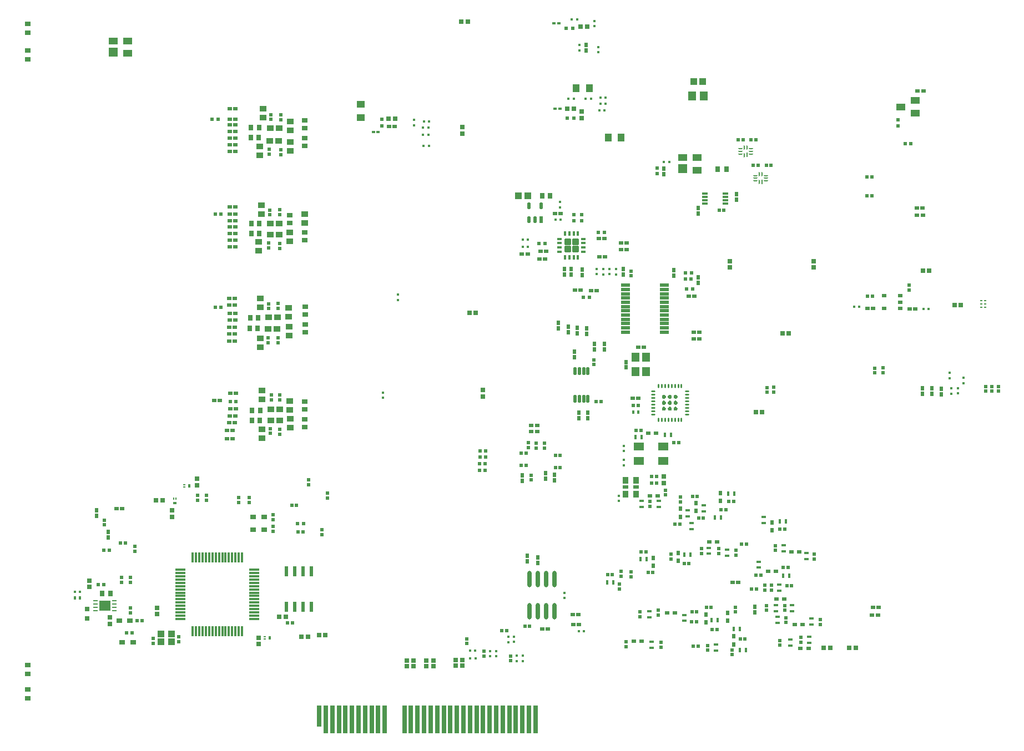
<source format=gbr>
G04*
G04 #@! TF.GenerationSoftware,Altium Limited,Altium Designer,24.2.2 (26)*
G04*
G04 Layer_Color=128*
%FSLAX25Y25*%
%MOIN*%
G70*
G04*
G04 #@! TF.SameCoordinates,80A8E479-4E92-43EF-BFA2-91FD1FC97BD2*
G04*
G04*
G04 #@! TF.FilePolarity,Positive*
G04*
G01*
G75*
%ADD17R,0.02559X0.02756*%
%ADD18R,0.02559X0.02362*%
%ADD20R,0.02288X0.02016*%
%ADD21R,0.02016X0.02288*%
%ADD22R,0.02800X0.16500*%
%ADD23R,0.02800X0.12600*%
%ADD26R,0.02165X0.01968*%
G04:AMPARAMS|DCode=28|XSize=7.87mil|YSize=23.62mil|CornerRadius=1.97mil|HoleSize=0mil|Usage=FLASHONLY|Rotation=0.000|XOffset=0mil|YOffset=0mil|HoleType=Round|Shape=RoundedRectangle|*
%AMROUNDEDRECTD28*
21,1,0.00787,0.01968,0,0,0.0*
21,1,0.00394,0.02362,0,0,0.0*
1,1,0.00394,0.00197,-0.00984*
1,1,0.00394,-0.00197,-0.00984*
1,1,0.00394,-0.00197,0.00984*
1,1,0.00394,0.00197,0.00984*
%
%ADD28ROUNDEDRECTD28*%
G04:AMPARAMS|DCode=29|XSize=7.87mil|YSize=23.62mil|CornerRadius=1.97mil|HoleSize=0mil|Usage=FLASHONLY|Rotation=270.000|XOffset=0mil|YOffset=0mil|HoleType=Round|Shape=RoundedRectangle|*
%AMROUNDEDRECTD29*
21,1,0.00787,0.01968,0,0,270.0*
21,1,0.00394,0.02362,0,0,270.0*
1,1,0.00394,-0.00984,-0.00197*
1,1,0.00394,-0.00984,0.00197*
1,1,0.00394,0.00984,0.00197*
1,1,0.00394,0.00984,-0.00197*
%
%ADD29ROUNDEDRECTD29*%
%ADD32R,0.01772X0.01772*%
%ADD33R,0.01772X0.01772*%
%ADD34R,0.02657X0.01772*%
%ADD38R,0.02362X0.02559*%
%ADD43R,0.02911X0.02648*%
%ADD48R,0.02756X0.02756*%
%ADD56R,0.02123X0.01860*%
%ADD61R,0.02631X0.02648*%
%ADD65R,0.02657X0.02362*%
%ADD75R,0.01860X0.02123*%
%ADD76R,0.02756X0.03543*%
%ADD77R,0.03740X0.02756*%
%ADD78R,0.02423X0.02254*%
%ADD79R,0.02985X0.03197*%
%ADD80R,0.02756X0.02559*%
%ADD81R,0.02362X0.02657*%
%ADD83R,0.01772X0.02657*%
%ADD85R,0.01968X0.02165*%
%ADD89R,0.02362X0.02165*%
%ADD92R,0.02559X0.02559*%
%ADD93R,0.02559X0.02559*%
%ADD94R,0.02756X0.02953*%
%ADD97R,0.02204X0.02382*%
G04:AMPARAMS|DCode=100|XSize=7.87mil|YSize=27.56mil|CornerRadius=1.97mil|HoleSize=0mil|Usage=FLASHONLY|Rotation=180.000|XOffset=0mil|YOffset=0mil|HoleType=Round|Shape=RoundedRectangle|*
%AMROUNDEDRECTD100*
21,1,0.00787,0.02362,0,0,180.0*
21,1,0.00394,0.02756,0,0,180.0*
1,1,0.00394,-0.00197,0.01181*
1,1,0.00394,0.00197,0.01181*
1,1,0.00394,0.00197,-0.01181*
1,1,0.00394,-0.00197,-0.01181*
%
%ADD100ROUNDEDRECTD100*%
%ADD108R,0.02029X0.01860*%
%ADD112R,0.02165X0.02165*%
%ADD248R,0.04331X0.03937*%
%ADD249R,0.02362X0.06102*%
%ADD250R,0.04921X0.03937*%
G04:AMPARAMS|DCode=251|XSize=17.72mil|YSize=55.12mil|CornerRadius=1.95mil|HoleSize=0mil|Usage=FLASHONLY|Rotation=90.000|XOffset=0mil|YOffset=0mil|HoleType=Round|Shape=RoundedRectangle|*
%AMROUNDEDRECTD251*
21,1,0.01772,0.05122,0,0,90.0*
21,1,0.01382,0.05512,0,0,90.0*
1,1,0.00390,0.02561,0.00691*
1,1,0.00390,0.02561,-0.00691*
1,1,0.00390,-0.02561,-0.00691*
1,1,0.00390,-0.02561,0.00691*
%
%ADD251ROUNDEDRECTD251*%
%ADD254R,0.02648X0.02631*%
%ADD255R,0.02953X0.02756*%
%ADD256R,0.05906X0.04724*%
%ADD257R,0.05512X0.03937*%
%ADD258R,0.05512X0.05512*%
%ADD259R,0.02953X0.03543*%
%ADD260R,0.03937X0.03543*%
%ADD261R,0.03543X0.02953*%
%ADD262R,0.04355X0.03773*%
%ADD263R,0.01968X0.01772*%
%ADD264R,0.01968X0.01870*%
%ADD265R,0.02992X0.02835*%
%ADD266R,0.02835X0.02992*%
%ADD267R,0.01870X0.01968*%
%ADD268R,0.03937X0.04921*%
%ADD269R,0.03740X0.03150*%
%ADD270R,0.03300X0.03900*%
%ADD271R,0.03300X0.02400*%
%ADD272O,0.02756X0.09843*%
%ADD273R,0.02284X0.02126*%
%ADD274R,0.02165X0.02165*%
%ADD278R,0.01772X0.00787*%
%ADD279R,0.01772X0.02165*%
%ADD280R,0.06496X0.01181*%
%ADD281R,0.01181X0.06496*%
G04:AMPARAMS|DCode=282|XSize=17.72mil|YSize=45.28mil|CornerRadius=1.95mil|HoleSize=0mil|Usage=FLASHONLY|Rotation=0.000|XOffset=0mil|YOffset=0mil|HoleType=Round|Shape=RoundedRectangle|*
%AMROUNDEDRECTD282*
21,1,0.01772,0.04138,0,0,0.0*
21,1,0.01382,0.04528,0,0,0.0*
1,1,0.00390,0.00691,-0.02069*
1,1,0.00390,-0.00691,-0.02069*
1,1,0.00390,-0.00691,0.02069*
1,1,0.00390,0.00691,0.02069*
%
%ADD282ROUNDEDRECTD282*%
%ADD283R,0.03150X0.02165*%
%ADD284R,0.02165X0.01772*%
%ADD285R,0.00787X0.01772*%
%ADD286R,0.05512X0.03937*%
%ADD287R,0.01575X0.01968*%
%ADD288R,0.01968X0.02008*%
%ADD289R,0.02047X0.02205*%
%ADD290R,0.02756X0.00984*%
%ADD291R,0.06693X0.06299*%
%ADD292R,0.03347X0.01181*%
%ADD293R,0.02953X0.03347*%
%ADD294R,0.04134X0.04331*%
G04:AMPARAMS|DCode=295|XSize=40.88mil|YSize=20.95mil|CornerRadius=10.48mil|HoleSize=0mil|Usage=FLASHONLY|Rotation=90.000|XOffset=0mil|YOffset=0mil|HoleType=Round|Shape=RoundedRectangle|*
%AMROUNDEDRECTD295*
21,1,0.04088,0.00000,0,0,90.0*
21,1,0.01993,0.02095,0,0,90.0*
1,1,0.02095,0.00000,0.00996*
1,1,0.02095,0.00000,-0.00996*
1,1,0.02095,0.00000,-0.00996*
1,1,0.02095,0.00000,0.00996*
%
%ADD295ROUNDEDRECTD295*%
%ADD296R,0.02095X0.04088*%
G04:AMPARAMS|DCode=298|XSize=11.81mil|YSize=29.53mil|CornerRadius=1.95mil|HoleSize=0mil|Usage=FLASHONLY|Rotation=180.000|XOffset=0mil|YOffset=0mil|HoleType=Round|Shape=RoundedRectangle|*
%AMROUNDEDRECTD298*
21,1,0.01181,0.02563,0,0,180.0*
21,1,0.00791,0.02953,0,0,180.0*
1,1,0.00390,-0.00396,0.01282*
1,1,0.00390,0.00396,0.01282*
1,1,0.00390,0.00396,-0.01282*
1,1,0.00390,-0.00396,-0.01282*
%
%ADD298ROUNDEDRECTD298*%
G04:AMPARAMS|DCode=299|XSize=11.81mil|YSize=29.53mil|CornerRadius=1.95mil|HoleSize=0mil|Usage=FLASHONLY|Rotation=90.000|XOffset=0mil|YOffset=0mil|HoleType=Round|Shape=RoundedRectangle|*
%AMROUNDEDRECTD299*
21,1,0.01181,0.02563,0,0,90.0*
21,1,0.00791,0.02953,0,0,90.0*
1,1,0.00390,0.01282,0.00396*
1,1,0.00390,0.01282,-0.00396*
1,1,0.00390,-0.01282,-0.00396*
1,1,0.00390,-0.01282,0.00396*
%
%ADD299ROUNDEDRECTD299*%
%ADD300R,0.02681X0.02410*%
%ADD301R,0.02410X0.02681*%
%ADD302R,0.04724X0.05512*%
%ADD303R,0.04528X0.05709*%
%ADD304R,0.02520X0.02677*%
G04:AMPARAMS|DCode=337|XSize=36.97mil|YSize=36.97mil|CornerRadius=2.03mil|HoleSize=0mil|Usage=FLASHONLY|Rotation=180.000|XOffset=0mil|YOffset=0mil|HoleType=Round|Shape=RoundedRectangle|*
%AMROUNDEDRECTD337*
21,1,0.03697,0.03290,0,0,180.0*
21,1,0.03290,0.03697,0,0,180.0*
1,1,0.00407,-0.01645,0.01645*
1,1,0.00407,0.01645,0.01645*
1,1,0.00407,0.01645,-0.01645*
1,1,0.00407,-0.01645,-0.01645*
%
%ADD337ROUNDEDRECTD337*%
%ADD338C,0.00906*%
G36*
X552110Y-149386D02*
X552165Y-149442D01*
X552195Y-149514D01*
Y-149553D01*
Y-149947D01*
Y-149986D01*
X552165Y-150058D01*
X552110Y-150114D01*
X552038Y-150144D01*
X551172D01*
X551100Y-150114D01*
X551044Y-150058D01*
X551014Y-149986D01*
Y-149947D01*
Y-149553D01*
Y-149514D01*
X551044Y-149442D01*
X551100Y-149386D01*
X551172Y-149356D01*
X552038D01*
X552110Y-149386D01*
D02*
G37*
G36*
X549748D02*
X549803Y-149442D01*
X549833Y-149514D01*
Y-149553D01*
Y-149947D01*
Y-149986D01*
X549803Y-150058D01*
X549748Y-150114D01*
X549676Y-150144D01*
X548810D01*
X548737Y-150114D01*
X548682Y-150058D01*
X548652Y-149986D01*
Y-149947D01*
Y-149553D01*
Y-149514D01*
X548682Y-149442D01*
X548737Y-149386D01*
X548810Y-149356D01*
X549676D01*
X549748Y-149386D01*
D02*
G37*
G36*
X552110Y-151355D02*
X552165Y-151410D01*
X552195Y-151482D01*
Y-151522D01*
Y-151915D01*
Y-151954D01*
X552165Y-152027D01*
X552110Y-152082D01*
X552038Y-152112D01*
X551172D01*
X551100Y-152082D01*
X551044Y-152027D01*
X551014Y-151954D01*
Y-151915D01*
Y-151522D01*
Y-151482D01*
X551044Y-151410D01*
X551100Y-151355D01*
X551172Y-151325D01*
X552038D01*
X552110Y-151355D01*
D02*
G37*
G36*
X549748D02*
X549803Y-151410D01*
X549833Y-151482D01*
Y-151522D01*
Y-151915D01*
Y-151954D01*
X549803Y-152027D01*
X549748Y-152082D01*
X549676Y-152112D01*
X548810D01*
X548737Y-152082D01*
X548682Y-152027D01*
X548652Y-151954D01*
Y-151915D01*
Y-151522D01*
Y-151482D01*
X548682Y-151410D01*
X548737Y-151355D01*
X548810Y-151325D01*
X549676D01*
X549748Y-151355D01*
D02*
G37*
G36*
X552110Y-153323D02*
X552165Y-153379D01*
X552195Y-153451D01*
Y-153490D01*
Y-153884D01*
Y-153923D01*
X552165Y-153995D01*
X552110Y-154051D01*
X552038Y-154081D01*
X551172D01*
X551100Y-154051D01*
X551044Y-153995D01*
X551014Y-153923D01*
Y-153884D01*
Y-153490D01*
Y-153451D01*
X551044Y-153379D01*
X551100Y-153323D01*
X551172Y-153293D01*
X552038D01*
X552110Y-153323D01*
D02*
G37*
G36*
X549945D02*
X550000Y-153379D01*
X550030Y-153451D01*
Y-153490D01*
Y-153884D01*
Y-153923D01*
X550000Y-153995D01*
X549945Y-154051D01*
X549872Y-154081D01*
X548810D01*
X548737Y-154051D01*
X548682Y-153995D01*
X548652Y-153923D01*
Y-153884D01*
Y-153490D01*
Y-153451D01*
X548682Y-153379D01*
X548737Y-153323D01*
X548810Y-153293D01*
X549872D01*
X549945Y-153323D01*
D02*
G37*
G36*
X366460Y-206560D02*
X366792Y-206893D01*
X366972Y-207327D01*
Y-207562D01*
Y-207797D01*
X366792Y-208231D01*
X366460Y-208563D01*
X366026Y-208743D01*
X365556D01*
X365122Y-208563D01*
X364790Y-208231D01*
X364610Y-207797D01*
Y-207562D01*
Y-207327D01*
X364790Y-206893D01*
X365122Y-206560D01*
X365556Y-206381D01*
X366026D01*
X366460Y-206560D01*
D02*
G37*
G36*
X362916D02*
X363249Y-206893D01*
X363428Y-207327D01*
Y-207562D01*
Y-207797D01*
X363249Y-208231D01*
X362916Y-208563D01*
X362482Y-208743D01*
X362013D01*
X361578Y-208563D01*
X361246Y-208231D01*
X361066Y-207797D01*
Y-207562D01*
Y-207327D01*
X361246Y-206893D01*
X361578Y-206560D01*
X362013Y-206381D01*
X362482D01*
X362916Y-206560D01*
D02*
G37*
G36*
X359373D02*
X359705Y-206893D01*
X359885Y-207327D01*
Y-207562D01*
Y-207797D01*
X359705Y-208231D01*
X359373Y-208563D01*
X358939Y-208743D01*
X358469D01*
X358035Y-208563D01*
X357703Y-208231D01*
X357523Y-207797D01*
Y-207562D01*
Y-207327D01*
X357703Y-206893D01*
X358035Y-206560D01*
X358469Y-206381D01*
X358939D01*
X359373Y-206560D01*
D02*
G37*
G36*
X366460Y-210104D02*
X366792Y-210436D01*
X366972Y-210870D01*
Y-211105D01*
Y-211340D01*
X366792Y-211774D01*
X366460Y-212106D01*
X366026Y-212286D01*
X365556D01*
X365122Y-212106D01*
X364790Y-211774D01*
X364610Y-211340D01*
Y-211105D01*
Y-210870D01*
X364790Y-210436D01*
X365122Y-210104D01*
X365556Y-209924D01*
X366026D01*
X366460Y-210104D01*
D02*
G37*
G36*
X362916D02*
X363249Y-210436D01*
X363428Y-210870D01*
Y-211105D01*
Y-211340D01*
X363249Y-211774D01*
X362916Y-212106D01*
X362482Y-212286D01*
X362013D01*
X361578Y-212106D01*
X361246Y-211774D01*
X361066Y-211340D01*
Y-211105D01*
Y-210870D01*
X361246Y-210436D01*
X361578Y-210104D01*
X362013Y-209924D01*
X362482D01*
X362916Y-210104D01*
D02*
G37*
G36*
X359373D02*
X359705Y-210436D01*
X359885Y-210870D01*
Y-211105D01*
Y-211340D01*
X359705Y-211774D01*
X359373Y-212106D01*
X358939Y-212286D01*
X358469D01*
X358035Y-212106D01*
X357703Y-211774D01*
X357523Y-211340D01*
Y-211105D01*
Y-210870D01*
X357703Y-210436D01*
X358035Y-210104D01*
X358469Y-209924D01*
X358939D01*
X359373Y-210104D01*
D02*
G37*
G36*
X366460Y-213647D02*
X366792Y-213979D01*
X366972Y-214413D01*
Y-214648D01*
Y-214883D01*
X366792Y-215317D01*
X366460Y-215650D01*
X366026Y-215829D01*
X365556D01*
X365122Y-215650D01*
X364790Y-215317D01*
X364610Y-214883D01*
Y-214648D01*
Y-214413D01*
X364790Y-213979D01*
X365122Y-213647D01*
X365556Y-213467D01*
X366026D01*
X366460Y-213647D01*
D02*
G37*
G36*
X362916D02*
X363249Y-213979D01*
X363428Y-214413D01*
Y-214648D01*
Y-214883D01*
X363249Y-215317D01*
X362916Y-215650D01*
X362482Y-215829D01*
X362013D01*
X361578Y-215650D01*
X361246Y-215317D01*
X361066Y-214883D01*
Y-214648D01*
Y-214413D01*
X361246Y-213979D01*
X361578Y-213647D01*
X362013Y-213467D01*
X362482D01*
X362916Y-213647D01*
D02*
G37*
G36*
X359373D02*
X359705Y-213979D01*
X359885Y-214413D01*
Y-214648D01*
Y-214883D01*
X359705Y-215317D01*
X359373Y-215650D01*
X358939Y-215829D01*
X358469D01*
X358035Y-215650D01*
X357703Y-215317D01*
X357523Y-214883D01*
Y-214648D01*
Y-214413D01*
X357703Y-213979D01*
X358035Y-213647D01*
X358469Y-213467D01*
X358939D01*
X359373Y-213647D01*
D02*
G37*
D17*
X249984Y-207334D02*
D03*
Y-203594D02*
D03*
X398150Y-125943D02*
D03*
Y-129683D02*
D03*
X358635Y-255525D02*
D03*
Y-259265D02*
D03*
X448685Y-129890D02*
D03*
Y-126150D02*
D03*
D18*
X296510Y-97444D02*
D03*
X293163D02*
D03*
X377107Y-147160D02*
D03*
X373761D02*
D03*
X305421Y-143307D02*
D03*
X308767D02*
D03*
X487157Y-338853D02*
D03*
X483811D02*
D03*
X487551Y-333951D02*
D03*
X484205D02*
D03*
X101173Y-34532D02*
D03*
X97827D02*
D03*
X91969Y-209857D02*
D03*
X88623D02*
D03*
X101787Y-205476D02*
D03*
X98441D02*
D03*
X101673Y-214628D02*
D03*
X98326D02*
D03*
X101378Y-219018D02*
D03*
X98032D02*
D03*
X100833Y-223016D02*
D03*
X97486D02*
D03*
X99705Y-227750D02*
D03*
X96359D02*
D03*
X99500Y-232623D02*
D03*
X96153D02*
D03*
X100833Y-152568D02*
D03*
X97486D02*
D03*
X100833Y-148368D02*
D03*
X97486D02*
D03*
X101227Y-157344D02*
D03*
X97880D02*
D03*
X101173Y-161561D02*
D03*
X97827D02*
D03*
X101014Y-165661D02*
D03*
X97668D02*
D03*
X101000Y-169841D02*
D03*
X97654D02*
D03*
X101000Y-174083D02*
D03*
X97654D02*
D03*
X193779Y-44972D02*
D03*
X197126D02*
D03*
X279146Y-228439D02*
D03*
X282492D02*
D03*
X399939Y-319114D02*
D03*
X403285D02*
D03*
X304391Y-344299D02*
D03*
X307737D02*
D03*
X303997Y-338372D02*
D03*
X307343D02*
D03*
X288966Y-347036D02*
D03*
X285619D02*
D03*
X318302Y-143744D02*
D03*
X314956D02*
D03*
X376713Y-168763D02*
D03*
X380060D02*
D03*
X376713Y-172725D02*
D03*
X380060D02*
D03*
X484207Y-154464D02*
D03*
X480861D02*
D03*
X506255Y-154629D02*
D03*
X509601D02*
D03*
X101394Y-105477D02*
D03*
X98047D02*
D03*
X511146Y-23798D02*
D03*
X514493D02*
D03*
X29824Y-274659D02*
D03*
X33170D02*
D03*
X98047Y-97922D02*
D03*
X101394D02*
D03*
X98047Y-93310D02*
D03*
X101394D02*
D03*
X98047Y-113289D02*
D03*
X101394D02*
D03*
X98047Y-117485D02*
D03*
X101394D02*
D03*
Y-109432D02*
D03*
X98047D02*
D03*
Y-101854D02*
D03*
X101394D02*
D03*
X282492Y-224803D02*
D03*
X279146D02*
D03*
X97827Y-60024D02*
D03*
X101173D02*
D03*
X97827Y-48213D02*
D03*
X101173D02*
D03*
X97827Y-56009D02*
D03*
X101173D02*
D03*
Y-52150D02*
D03*
X97827D02*
D03*
Y-44196D02*
D03*
X101173D02*
D03*
Y-40609D02*
D03*
X97827D02*
D03*
X284113Y-124801D02*
D03*
X287460D02*
D03*
X284507Y-120007D02*
D03*
X287854D02*
D03*
X323444Y-123420D02*
D03*
X320098D02*
D03*
X336295Y-115256D02*
D03*
X332948D02*
D03*
X336295Y-119079D02*
D03*
X332948D02*
D03*
X273479Y-121808D02*
D03*
X276825D02*
D03*
X322925Y-112402D02*
D03*
X319579D02*
D03*
X343447Y-208380D02*
D03*
X340100D02*
D03*
X510807Y-98430D02*
D03*
X514153D02*
D03*
X510749Y-93985D02*
D03*
X514095D02*
D03*
D20*
X344886Y-227625D02*
D03*
X342008D02*
D03*
X364745Y-235189D02*
D03*
X367624D02*
D03*
X483580Y-86684D02*
D03*
X480701D02*
D03*
Y-75325D02*
D03*
X483580D02*
D03*
X273035Y-241440D02*
D03*
X275914D02*
D03*
X293508Y-249983D02*
D03*
X296386D02*
D03*
X275914Y-248841D02*
D03*
X273035D02*
D03*
X293508Y-242739D02*
D03*
X296386D02*
D03*
X327726Y-314261D02*
D03*
X324848D02*
D03*
X278061Y-345307D02*
D03*
X275183D02*
D03*
X347927Y-300752D02*
D03*
X345049D02*
D03*
X352125Y-313248D02*
D03*
X349247D02*
D03*
X368321Y-283981D02*
D03*
X365443D02*
D03*
X370896Y-307656D02*
D03*
X373775D02*
D03*
X382454Y-280340D02*
D03*
X379576D02*
D03*
X378701Y-267264D02*
D03*
X375823D02*
D03*
X392985Y-275324D02*
D03*
X395864D02*
D03*
X397682Y-270454D02*
D03*
X400560D02*
D03*
X408211Y-296223D02*
D03*
X405333D02*
D03*
X428427Y-287222D02*
D03*
X431306D02*
D03*
X416959Y-314918D02*
D03*
X414081D02*
D03*
X430439Y-310000D02*
D03*
X433317D02*
D03*
X414193Y-323079D02*
D03*
X411315D02*
D03*
X404529Y-353241D02*
D03*
X407407D02*
D03*
X387739Y-347319D02*
D03*
X390618D02*
D03*
X384252Y-334147D02*
D03*
X387130D02*
D03*
X375527Y-336756D02*
D03*
X378406D02*
D03*
X375395Y-342722D02*
D03*
X378274D02*
D03*
X321018Y-210585D02*
D03*
X318140D02*
D03*
X481095Y-146983D02*
D03*
X483973D02*
D03*
X35331Y-295474D02*
D03*
X32453D02*
D03*
X135153Y-272729D02*
D03*
X138031D02*
D03*
X406262Y-53007D02*
D03*
X403384D02*
D03*
X410962D02*
D03*
X413841D02*
D03*
X420209Y-68583D02*
D03*
X423087D02*
D03*
X415308D02*
D03*
X412430D02*
D03*
X394772Y-95374D02*
D03*
X391893D02*
D03*
X343213Y-212680D02*
D03*
X340335D02*
D03*
D21*
X344356Y-336740D02*
D03*
Y-339618D02*
D03*
X357074Y-358050D02*
D03*
Y-355171D02*
D03*
X359724Y-263648D02*
D03*
Y-266526D02*
D03*
X350264Y-270553D02*
D03*
Y-273431D02*
D03*
X559503Y-201313D02*
D03*
Y-204191D02*
D03*
X555669Y-201313D02*
D03*
Y-204191D02*
D03*
X551863Y-201313D02*
D03*
Y-204191D02*
D03*
X490408Y-193080D02*
D03*
Y-190202D02*
D03*
X485443Y-193245D02*
D03*
Y-190367D02*
D03*
X123027Y-209376D02*
D03*
Y-206498D02*
D03*
X127852Y-209343D02*
D03*
Y-206464D02*
D03*
X128040Y-227070D02*
D03*
Y-229948D02*
D03*
X121355Y-154492D02*
D03*
Y-151613D02*
D03*
X126919Y-154456D02*
D03*
Y-151578D02*
D03*
X121141Y-172233D02*
D03*
Y-175112D02*
D03*
X126844Y-172233D02*
D03*
Y-175112D02*
D03*
X281819Y-235394D02*
D03*
Y-238272D02*
D03*
X279002Y-257564D02*
D03*
Y-254685D02*
D03*
X127853Y-118265D02*
D03*
Y-115386D02*
D03*
X121447Y-118096D02*
D03*
Y-115218D02*
D03*
X128673Y-61997D02*
D03*
Y-59118D02*
D03*
X121634Y-61701D02*
D03*
Y-58823D02*
D03*
X122328Y-229586D02*
D03*
Y-226707D02*
D03*
X286876Y-238272D02*
D03*
Y-235394D02*
D03*
X277335Y-237982D02*
D03*
Y-235104D02*
D03*
X401889Y-299924D02*
D03*
Y-302802D02*
D03*
X339051Y-315700D02*
D03*
Y-312822D02*
D03*
X333010Y-315349D02*
D03*
Y-312471D02*
D03*
X368747Y-270690D02*
D03*
Y-267812D02*
D03*
X363035Y-302107D02*
D03*
Y-304985D02*
D03*
X391718Y-298773D02*
D03*
Y-301651D02*
D03*
X381165Y-298773D02*
D03*
Y-301651D02*
D03*
X425604Y-299909D02*
D03*
Y-297031D02*
D03*
X448823Y-302165D02*
D03*
Y-305043D02*
D03*
X419198Y-320856D02*
D03*
Y-323735D02*
D03*
X423336Y-320919D02*
D03*
Y-323798D02*
D03*
X420158Y-333016D02*
D03*
Y-335894D02*
D03*
X431311Y-333016D02*
D03*
Y-335894D02*
D03*
X432074Y-343153D02*
D03*
Y-340274D02*
D03*
X452498Y-344438D02*
D03*
Y-341560D02*
D03*
X428149Y-356853D02*
D03*
Y-353974D02*
D03*
X440969Y-355032D02*
D03*
Y-352153D02*
D03*
X399669Y-359639D02*
D03*
Y-362517D02*
D03*
X385002Y-356992D02*
D03*
Y-359871D02*
D03*
X401716Y-336829D02*
D03*
Y-333951D02*
D03*
X355251Y-338672D02*
D03*
Y-335793D02*
D03*
X335938Y-354876D02*
D03*
Y-357754D02*
D03*
X316629Y-185271D02*
D03*
Y-188149D02*
D03*
X338900Y-132012D02*
D03*
Y-134890D02*
D03*
X153332Y-290286D02*
D03*
Y-287408D02*
D03*
X505959Y-140480D02*
D03*
Y-143358D02*
D03*
X41065Y-297396D02*
D03*
Y-300274D02*
D03*
X22748Y-284510D02*
D03*
Y-281632D02*
D03*
X109510Y-268246D02*
D03*
Y-271124D02*
D03*
X103211Y-268246D02*
D03*
Y-271124D02*
D03*
X84033Y-266868D02*
D03*
Y-269746D02*
D03*
X78718Y-266868D02*
D03*
Y-269746D02*
D03*
X145238Y-260310D02*
D03*
Y-257432D02*
D03*
X156766Y-268395D02*
D03*
Y-265517D02*
D03*
X38158Y-334583D02*
D03*
Y-337461D02*
D03*
X128673Y-40947D02*
D03*
Y-38069D02*
D03*
X127969Y-98110D02*
D03*
Y-95232D02*
D03*
X122005Y-98180D02*
D03*
Y-95302D02*
D03*
X122642Y-37989D02*
D03*
Y-40867D02*
D03*
D22*
X281604Y-401427D02*
D03*
X159557D02*
D03*
X155620D02*
D03*
X187116D02*
D03*
X183179D02*
D03*
X242234D02*
D03*
X273730D02*
D03*
X269793D02*
D03*
X257982D02*
D03*
X238297D02*
D03*
X254045D02*
D03*
X222549D02*
D03*
X218612D02*
D03*
X210738D02*
D03*
X206801D02*
D03*
X191053D02*
D03*
X167431D02*
D03*
X171368D02*
D03*
X175305D02*
D03*
X179242D02*
D03*
X230423D02*
D03*
X214675D02*
D03*
X202864D02*
D03*
X250108D02*
D03*
X265856D02*
D03*
X246171D02*
D03*
X277667D02*
D03*
X261919D02*
D03*
X234360D02*
D03*
X226486D02*
D03*
X163494D02*
D03*
D23*
X151683Y-399477D02*
D03*
D26*
X264294Y-348020D02*
D03*
X261341D02*
D03*
X432509Y-321227D02*
D03*
X435462D02*
D03*
X135728Y-343537D02*
D03*
X132776D02*
D03*
D28*
X417717Y-73855D02*
D03*
X416142Y-78579D02*
D03*
Y-73855D02*
D03*
X408497Y-57691D02*
D03*
X406922Y-62415D02*
D03*
Y-57691D02*
D03*
D29*
X420079Y-77792D02*
D03*
Y-76217D02*
D03*
Y-74642D02*
D03*
X413779Y-77792D02*
D03*
Y-76217D02*
D03*
Y-74642D02*
D03*
X410859Y-61628D02*
D03*
Y-60053D02*
D03*
Y-58478D02*
D03*
X404560Y-61628D02*
D03*
Y-60053D02*
D03*
Y-58478D02*
D03*
D32*
X538620Y-196215D02*
D03*
Y-199365D02*
D03*
X530473Y-193192D02*
D03*
Y-196342D02*
D03*
X198846Y-149293D02*
D03*
Y-146143D02*
D03*
X190051Y-208220D02*
D03*
Y-205070D02*
D03*
X296443Y-90515D02*
D03*
Y-93664D02*
D03*
X298873Y-328483D02*
D03*
Y-325333D02*
D03*
X535229Y-202439D02*
D03*
Y-205589D02*
D03*
X531279Y-202562D02*
D03*
Y-205712D02*
D03*
X334809Y-237030D02*
D03*
Y-240180D02*
D03*
X334769Y-245455D02*
D03*
Y-248605D02*
D03*
X331500Y-267066D02*
D03*
Y-270216D02*
D03*
X208715Y-41245D02*
D03*
Y-44395D02*
D03*
X316960Y18355D02*
D03*
Y15205D02*
D03*
X319243Y-442D02*
D03*
Y2708D02*
D03*
X307838Y3794D02*
D03*
Y644D02*
D03*
X274048Y-366340D02*
D03*
Y-363190D02*
D03*
X257923Y-363494D02*
D03*
Y-360344D02*
D03*
X268610Y-354865D02*
D03*
Y-351716D02*
D03*
X270478Y-366340D02*
D03*
Y-363190D02*
D03*
X254258Y-363485D02*
D03*
Y-360336D02*
D03*
X265245Y-354964D02*
D03*
Y-351814D02*
D03*
X329999Y-133985D02*
D03*
Y-130835D02*
D03*
X318466Y-133858D02*
D03*
Y-130709D02*
D03*
X325911Y-133827D02*
D03*
Y-130677D02*
D03*
X322165Y-133985D02*
D03*
Y-130835D02*
D03*
D33*
X273870Y-113093D02*
D03*
X277020D02*
D03*
X273870Y-117285D02*
D03*
X277020D02*
D03*
X293612Y-101006D02*
D03*
X296762D02*
D03*
X217606Y-56678D02*
D03*
X214456D02*
D03*
X217653Y-42054D02*
D03*
X214504D02*
D03*
X217286Y-49939D02*
D03*
X214137D02*
D03*
X217292Y-45897D02*
D03*
X214143D02*
D03*
X310794Y-348362D02*
D03*
X307645D02*
D03*
X311779Y-28500D02*
D03*
X314929D02*
D03*
X322986Y-35510D02*
D03*
X319837D02*
D03*
X323739Y-31543D02*
D03*
X320590D02*
D03*
X323739Y-27614D02*
D03*
X320590D02*
D03*
X301370Y-28500D02*
D03*
X304519D02*
D03*
X303456Y19355D02*
D03*
X306606D02*
D03*
X242380Y-364765D02*
D03*
X245530D02*
D03*
X242155Y-360089D02*
D03*
X245304D02*
D03*
X361915Y-66369D02*
D03*
X358766D02*
D03*
X517744Y-154629D02*
D03*
X514595D02*
D03*
X472816Y-153283D02*
D03*
X475966D02*
D03*
X8113Y-324758D02*
D03*
X4963D02*
D03*
D34*
X345342Y-270138D02*
D03*
Y-273780D02*
D03*
X355763Y-273746D02*
D03*
Y-270104D02*
D03*
X396647Y-299374D02*
D03*
Y-303016D02*
D03*
X350133Y-340193D02*
D03*
Y-336551D02*
D03*
X373050Y-279566D02*
D03*
Y-275924D02*
D03*
X382787Y-276388D02*
D03*
Y-272747D02*
D03*
X385671Y-298265D02*
D03*
Y-301907D02*
D03*
X418559Y-283415D02*
D03*
Y-279774D02*
D03*
X430500Y-300291D02*
D03*
Y-296649D02*
D03*
X444295Y-301444D02*
D03*
Y-305086D02*
D03*
X415520Y-310246D02*
D03*
Y-306604D02*
D03*
X428098Y-320538D02*
D03*
Y-324179D02*
D03*
X426003Y-332634D02*
D03*
Y-336276D02*
D03*
X435564Y-332669D02*
D03*
Y-336311D02*
D03*
X427141Y-343381D02*
D03*
Y-339739D02*
D03*
X447209Y-344542D02*
D03*
Y-340901D02*
D03*
X434536Y-357005D02*
D03*
Y-353364D02*
D03*
X446067Y-355413D02*
D03*
Y-351772D02*
D03*
X389825Y-356315D02*
D03*
Y-359957D02*
D03*
X370957Y-342237D02*
D03*
Y-338595D02*
D03*
X351462Y-354790D02*
D03*
Y-358431D02*
D03*
X375395Y-286995D02*
D03*
Y-283354D02*
D03*
D38*
X514030Y-205843D02*
D03*
Y-202496D02*
D03*
X519516Y-205658D02*
D03*
Y-202312D02*
D03*
X525251Y-206098D02*
D03*
Y-202752D02*
D03*
X379331Y-139126D02*
D03*
Y-135779D02*
D03*
X364810Y-131268D02*
D03*
Y-134615D02*
D03*
X311874Y3892D02*
D03*
Y546D02*
D03*
X287686Y-253554D02*
D03*
Y-256901D02*
D03*
X292939Y-257778D02*
D03*
Y-254432D02*
D03*
X413236Y-333746D02*
D03*
Y-337092D02*
D03*
X276622Y-303248D02*
D03*
Y-306594D02*
D03*
X283000Y-307327D02*
D03*
Y-303980D02*
D03*
X358766Y-73628D02*
D03*
Y-70281D02*
D03*
X295187Y-163131D02*
D03*
Y-166478D02*
D03*
X301230Y-165297D02*
D03*
Y-168643D02*
D03*
X306563Y-166084D02*
D03*
Y-169431D02*
D03*
X334228Y-134083D02*
D03*
Y-130737D02*
D03*
X307492Y-220530D02*
D03*
Y-217184D02*
D03*
X313093Y-220530D02*
D03*
Y-217184D02*
D03*
X304933Y-183765D02*
D03*
Y-180418D02*
D03*
X322837Y-175875D02*
D03*
Y-179222D02*
D03*
X316984Y-175875D02*
D03*
Y-179222D02*
D03*
X312174Y-166272D02*
D03*
Y-169618D02*
D03*
X18069Y-275732D02*
D03*
Y-279078D02*
D03*
X24903Y-291989D02*
D03*
Y-288642D02*
D03*
X273564Y-257944D02*
D03*
Y-254598D02*
D03*
X379331Y-94094D02*
D03*
Y-97441D02*
D03*
X402461Y-89164D02*
D03*
Y-85818D02*
D03*
X302944Y-133957D02*
D03*
Y-130610D02*
D03*
X299023Y-133957D02*
D03*
Y-130610D02*
D03*
X309715Y-134350D02*
D03*
Y-131004D02*
D03*
D43*
X433665Y-169315D02*
D03*
X429991D02*
D03*
D48*
X12277Y-340634D02*
D03*
Y-335122D02*
D03*
D56*
X351359Y-255562D02*
D03*
X354246D02*
D03*
X351283Y-259460D02*
D03*
X354169D02*
D03*
X141915Y-288847D02*
D03*
X139028D02*
D03*
D61*
X241061Y17992D02*
D03*
X237107D02*
D03*
X458571Y-358586D02*
D03*
X454617D02*
D03*
X469937Y-358545D02*
D03*
X473891D02*
D03*
D65*
X354035Y-229398D02*
D03*
X349311D02*
D03*
X350286Y-267045D02*
D03*
X355010D02*
D03*
X426181Y-328983D02*
D03*
X430905D02*
D03*
X437213Y-344417D02*
D03*
X441938D02*
D03*
X440776Y-358926D02*
D03*
X445500D02*
D03*
X435206Y-300596D02*
D03*
X439930D02*
D03*
X421341Y-312492D02*
D03*
X426065D02*
D03*
X386047Y-294810D02*
D03*
X390771D02*
D03*
X345274Y-354472D02*
D03*
X340550D02*
D03*
X365314Y-337359D02*
D03*
X360590D02*
D03*
D75*
X424631Y-204759D02*
D03*
Y-201873D02*
D03*
X420506Y-204857D02*
D03*
Y-201971D02*
D03*
X32836Y-316162D02*
D03*
Y-319048D02*
D03*
X38386Y-319146D02*
D03*
Y-316260D02*
D03*
D76*
X396358Y-70844D02*
D03*
X390846D02*
D03*
D77*
X111991Y-287291D02*
D03*
X118487D02*
D03*
Y-279631D02*
D03*
X111991D02*
D03*
X38032Y-342159D02*
D03*
X31536D02*
D03*
X39863Y-354991D02*
D03*
X33367D02*
D03*
D78*
X18906Y-320440D02*
D03*
X22281D02*
D03*
X39369Y-349357D02*
D03*
X35995D02*
D03*
X507137Y-55337D02*
D03*
X503763D02*
D03*
D79*
X26396Y-325656D02*
D03*
X21459D02*
D03*
D80*
X413815Y-216619D02*
D03*
X417555D02*
D03*
X241814Y-157248D02*
D03*
X245554D02*
D03*
D81*
X400707Y-356266D02*
D03*
Y-351542D02*
D03*
X392807Y-270158D02*
D03*
Y-265434D02*
D03*
X423538Y-287720D02*
D03*
Y-282996D02*
D03*
X383821Y-343142D02*
D03*
Y-338418D02*
D03*
X377993Y-276207D02*
D03*
Y-271483D02*
D03*
X397131Y-342154D02*
D03*
Y-337430D02*
D03*
X367169Y-301526D02*
D03*
Y-306250D02*
D03*
X352169Y-304325D02*
D03*
Y-309049D02*
D03*
X368547Y-279636D02*
D03*
Y-274912D02*
D03*
D83*
X345268Y-231903D02*
D03*
X341626D02*
D03*
X359336Y-230579D02*
D03*
X362978D02*
D03*
X328165Y-319044D02*
D03*
X324523D02*
D03*
X348165Y-305187D02*
D03*
X344523D02*
D03*
X370978Y-302524D02*
D03*
X374620D02*
D03*
X392870Y-280198D02*
D03*
X389228D02*
D03*
X397300Y-265717D02*
D03*
X400942D02*
D03*
X428187Y-282426D02*
D03*
X431828D02*
D03*
X430254Y-315019D02*
D03*
X433895D02*
D03*
X404443Y-359750D02*
D03*
X408084D02*
D03*
X400555Y-347080D02*
D03*
X404196D02*
D03*
X387407Y-341828D02*
D03*
X391049D02*
D03*
D85*
X266660Y-363288D02*
D03*
Y-366241D02*
D03*
X240389Y-355896D02*
D03*
Y-352943D02*
D03*
X250590Y-360434D02*
D03*
Y-363387D02*
D03*
X332025Y-320127D02*
D03*
Y-323079D02*
D03*
D89*
X248310Y-240223D02*
D03*
X251657D02*
D03*
X247911Y-251646D02*
D03*
X251257D02*
D03*
X251657Y-243747D02*
D03*
X248310D02*
D03*
X251257Y-247857D02*
D03*
X247911D02*
D03*
D92*
X115238Y-356249D02*
D03*
Y-352312D02*
D03*
X78325Y-256813D02*
D03*
Y-260750D02*
D03*
X63187Y-279767D02*
D03*
Y-275830D02*
D03*
X26084Y-343947D02*
D03*
Y-340010D02*
D03*
X13704Y-317933D02*
D03*
Y-321870D02*
D03*
D93*
X300600Y-34575D02*
D03*
X304537D02*
D03*
X53622Y-269685D02*
D03*
X57559D02*
D03*
X131481Y-339787D02*
D03*
X127544D02*
D03*
X141081Y-351919D02*
D03*
X145018D02*
D03*
X151541Y-350695D02*
D03*
X155478D02*
D03*
D94*
X54478Y-334467D02*
D03*
Y-338208D02*
D03*
D97*
X124092Y-285349D02*
D03*
Y-288321D02*
D03*
Y-281527D02*
D03*
Y-278556D02*
D03*
D100*
X417717Y-78382D02*
D03*
X408497Y-62218D02*
D03*
D108*
X45310Y-342159D02*
D03*
X42329D02*
D03*
D112*
X101771Y-210465D02*
D03*
X98228D02*
D03*
X92757Y-153816D02*
D03*
X89213D02*
D03*
Y-97922D02*
D03*
X92757D02*
D03*
X87417Y-40609D02*
D03*
X90961D02*
D03*
X310300Y-147748D02*
D03*
X313843D02*
D03*
X375086Y-136806D02*
D03*
X371543D02*
D03*
X375286Y-133099D02*
D03*
X371743D02*
D03*
X375984Y-142876D02*
D03*
X372441D02*
D03*
X22155Y-299918D02*
D03*
X25699D02*
D03*
X319480Y-108605D02*
D03*
X323024D02*
D03*
X287263Y-115556D02*
D03*
X283720D02*
D03*
D248*
X63127Y-349936D02*
D03*
X56631D02*
D03*
Y-354857D02*
D03*
X63127D02*
D03*
D249*
X141870Y-333811D02*
D03*
X136870D02*
D03*
X146870D02*
D03*
X131870D02*
D03*
X141870Y-312551D02*
D03*
X136870D02*
D03*
X146870D02*
D03*
X131870D02*
D03*
D250*
X176562Y-31850D02*
D03*
Y-39724D02*
D03*
D251*
X358984Y-140494D02*
D03*
Y-143053D02*
D03*
Y-145612D02*
D03*
Y-148171D02*
D03*
Y-150730D02*
D03*
Y-153289D02*
D03*
Y-155848D02*
D03*
Y-158407D02*
D03*
Y-160966D02*
D03*
Y-163525D02*
D03*
Y-166084D02*
D03*
Y-168643D02*
D03*
X335756Y-140494D02*
D03*
Y-143053D02*
D03*
Y-145612D02*
D03*
Y-148171D02*
D03*
Y-150730D02*
D03*
Y-153289D02*
D03*
Y-155848D02*
D03*
Y-158407D02*
D03*
Y-160966D02*
D03*
Y-163525D02*
D03*
Y-166084D02*
D03*
Y-168643D02*
D03*
D254*
X237699Y-45449D02*
D03*
Y-49403D02*
D03*
D255*
X537062Y-152506D02*
D03*
X533322D02*
D03*
X514299Y-131793D02*
D03*
X518039D02*
D03*
D256*
X358460Y-246212D02*
D03*
X343499D02*
D03*
Y-237551D02*
D03*
X358460D02*
D03*
D257*
X36524Y-1260D02*
D03*
Y6221D02*
D03*
X27862D02*
D03*
X369882Y-63805D02*
D03*
X378543D02*
D03*
Y-71285D02*
D03*
D258*
X27862Y-472D02*
D03*
X369882Y-70498D02*
D03*
D259*
X116156Y-215834D02*
D03*
X111432D02*
D03*
X116076Y-221663D02*
D03*
X111352D02*
D03*
X114996Y-160087D02*
D03*
X110271D02*
D03*
X114778Y-166566D02*
D03*
X110054D02*
D03*
X110950Y-109408D02*
D03*
X115675D02*
D03*
X110758Y-45632D02*
D03*
X115482D02*
D03*
X115675Y-103540D02*
D03*
X110950D02*
D03*
X115257Y-51710D02*
D03*
X110533D02*
D03*
D260*
X117431Y-203818D02*
D03*
Y-209133D02*
D03*
X134070Y-210256D02*
D03*
Y-215571D02*
D03*
X116331Y-148565D02*
D03*
Y-153880D02*
D03*
X133343Y-154164D02*
D03*
Y-159479D02*
D03*
X116290Y-177823D02*
D03*
Y-172508D02*
D03*
X133631Y-170680D02*
D03*
Y-165365D02*
D03*
X133880Y-108900D02*
D03*
Y-114215D02*
D03*
X115251Y-114505D02*
D03*
Y-119820D02*
D03*
X134318Y-54409D02*
D03*
Y-59724D02*
D03*
X134206Y-220638D02*
D03*
Y-225953D02*
D03*
X117431Y-227212D02*
D03*
Y-232527D02*
D03*
X134268Y-47303D02*
D03*
Y-41988D02*
D03*
X143102Y-97846D02*
D03*
Y-103160D02*
D03*
X116959Y-92574D02*
D03*
Y-97889D02*
D03*
X117968Y-39769D02*
D03*
Y-34454D02*
D03*
X116000Y-62440D02*
D03*
Y-57125D02*
D03*
D261*
X142911Y-215230D02*
D03*
Y-210506D02*
D03*
X143249Y-158107D02*
D03*
Y-153382D02*
D03*
X143367Y-164061D02*
D03*
Y-168786D02*
D03*
X143102Y-113532D02*
D03*
Y-108808D02*
D03*
Y-56658D02*
D03*
Y-51933D02*
D03*
X142973Y-225658D02*
D03*
Y-220933D02*
D03*
X133880Y-103246D02*
D03*
Y-98522D02*
D03*
X143102Y-46072D02*
D03*
Y-41348D02*
D03*
D262*
X121350Y-159693D02*
D03*
X126673D02*
D03*
X121141Y-166842D02*
D03*
X126464D02*
D03*
X127607Y-109956D02*
D03*
X122283D02*
D03*
X127329Y-53651D02*
D03*
X122005D02*
D03*
X127834Y-214963D02*
D03*
X122511D02*
D03*
X122533Y-221621D02*
D03*
X127856D02*
D03*
X122283Y-103373D02*
D03*
X127607D02*
D03*
X122157Y-46153D02*
D03*
X127481D02*
D03*
D263*
X184154Y-48559D02*
D03*
X187107D02*
D03*
X293315Y-34500D02*
D03*
X296268D02*
D03*
X292667Y17052D02*
D03*
X295620D02*
D03*
D264*
X189325Y-40609D02*
D03*
Y-44645D02*
D03*
D265*
X197210Y-40360D02*
D03*
X193352D02*
D03*
X312496Y15066D02*
D03*
X308637D02*
D03*
D266*
X309202Y-36071D02*
D03*
Y-39929D02*
D03*
D267*
X304665D02*
D03*
X300630D02*
D03*
X304096Y13932D02*
D03*
X300060D02*
D03*
D268*
X306072Y-22128D02*
D03*
X313946D02*
D03*
X333050Y-51638D02*
D03*
X325176D02*
D03*
D269*
X-23500Y610D02*
D03*
Y-4705D02*
D03*
Y11220D02*
D03*
Y16535D02*
D03*
X-23425Y-374114D02*
D03*
Y-368799D02*
D03*
X-23366Y-383394D02*
D03*
Y-388709D02*
D03*
D270*
X342048Y-266051D02*
D03*
Y-257783D02*
D03*
X335749D02*
D03*
Y-266051D02*
D03*
D271*
X342048Y-261917D02*
D03*
X335749D02*
D03*
D272*
X293000Y-336344D02*
D03*
X288000D02*
D03*
X283000D02*
D03*
X278000D02*
D03*
X293000Y-317053D02*
D03*
X288000D02*
D03*
X283000D02*
D03*
X278000D02*
D03*
D273*
X379400Y-357390D02*
D03*
X376329D02*
D03*
D274*
X354545Y-73575D02*
D03*
Y-70031D02*
D03*
X499308Y-44727D02*
D03*
Y-41184D02*
D03*
X309202Y-101772D02*
D03*
Y-98228D02*
D03*
X304537D02*
D03*
Y-101772D02*
D03*
D278*
X70647Y-260455D02*
D03*
Y-261833D02*
D03*
X118865Y-353085D02*
D03*
Y-351708D02*
D03*
D279*
X73600Y-261144D02*
D03*
X121818Y-352397D02*
D03*
D280*
X112795Y-341030D02*
D03*
Y-339061D02*
D03*
Y-337093D02*
D03*
Y-335124D02*
D03*
Y-333156D02*
D03*
Y-331187D02*
D03*
Y-329219D02*
D03*
Y-327250D02*
D03*
Y-325282D02*
D03*
Y-323313D02*
D03*
Y-321345D02*
D03*
Y-319376D02*
D03*
Y-317408D02*
D03*
Y-315439D02*
D03*
Y-313471D02*
D03*
Y-311502D02*
D03*
X68307Y-341030D02*
D03*
Y-339061D02*
D03*
Y-337093D02*
D03*
Y-335124D02*
D03*
Y-333156D02*
D03*
Y-331187D02*
D03*
Y-329219D02*
D03*
Y-327250D02*
D03*
Y-325282D02*
D03*
Y-323313D02*
D03*
Y-321345D02*
D03*
Y-319376D02*
D03*
Y-317408D02*
D03*
Y-315439D02*
D03*
Y-313471D02*
D03*
Y-311502D02*
D03*
D281*
X105315Y-348510D02*
D03*
Y-304022D02*
D03*
X103346Y-348510D02*
D03*
Y-304022D02*
D03*
X101378Y-348510D02*
D03*
Y-304022D02*
D03*
X99409Y-348510D02*
D03*
Y-304022D02*
D03*
X97441Y-348510D02*
D03*
Y-304022D02*
D03*
X95472Y-348510D02*
D03*
Y-304022D02*
D03*
X93504Y-348510D02*
D03*
Y-304022D02*
D03*
X91535Y-348510D02*
D03*
Y-304022D02*
D03*
X89567Y-348510D02*
D03*
Y-304022D02*
D03*
X87598Y-348510D02*
D03*
Y-304022D02*
D03*
X85630Y-348510D02*
D03*
Y-304022D02*
D03*
X83661Y-348510D02*
D03*
Y-304022D02*
D03*
X81693Y-348510D02*
D03*
Y-304022D02*
D03*
X79724Y-348510D02*
D03*
Y-304022D02*
D03*
X77756Y-348510D02*
D03*
Y-304022D02*
D03*
X75787Y-348510D02*
D03*
Y-304022D02*
D03*
D282*
X313041Y-208748D02*
D03*
X310482D02*
D03*
X307923D02*
D03*
X305363D02*
D03*
X313041Y-192016D02*
D03*
X310482D02*
D03*
X307923D02*
D03*
X305363D02*
D03*
D283*
X500493Y-146896D02*
D03*
Y-150636D02*
D03*
Y-154376D02*
D03*
X491044D02*
D03*
Y-146896D02*
D03*
D284*
X64855Y-271555D02*
D03*
D285*
X64166Y-268602D02*
D03*
X65544D02*
D03*
D286*
X509781Y-29577D02*
D03*
Y-37057D02*
D03*
X501119Y-33317D02*
D03*
D287*
X8113Y-328424D02*
D03*
X4963D02*
D03*
X343349Y-216806D02*
D03*
X340199D02*
D03*
D288*
X142185Y-283671D02*
D03*
X138642D02*
D03*
D289*
X52137Y-352856D02*
D03*
Y-355927D02*
D03*
X67323Y-351798D02*
D03*
Y-354869D02*
D03*
D290*
X17282Y-334140D02*
D03*
Y-336109D02*
D03*
Y-330203D02*
D03*
Y-332172D02*
D03*
X28699Y-334140D02*
D03*
Y-336109D02*
D03*
Y-330203D02*
D03*
Y-332172D02*
D03*
D291*
X22991Y-333156D02*
D03*
D292*
X383268Y-91472D02*
D03*
Y-89504D02*
D03*
Y-87535D02*
D03*
Y-85567D02*
D03*
X395669D02*
D03*
Y-87535D02*
D03*
Y-89504D02*
D03*
Y-91472D02*
D03*
D293*
X285736Y-86846D02*
D03*
X290263D02*
D03*
D294*
X276832D02*
D03*
X271320D02*
D03*
X382131Y-18191D02*
D03*
X376619D02*
D03*
D295*
X285106Y-92716D02*
D03*
X277625D02*
D03*
Y-101112D02*
D03*
X281366D02*
D03*
D296*
X285106D02*
D03*
D298*
X307096Y-109350D02*
D03*
X304537D02*
D03*
X301978D02*
D03*
X299419D02*
D03*
Y-123721D02*
D03*
X301978D02*
D03*
X304537D02*
D03*
X307096D02*
D03*
D299*
X296073Y-112697D02*
D03*
Y-115256D02*
D03*
Y-117815D02*
D03*
Y-120374D02*
D03*
X310443D02*
D03*
Y-117815D02*
D03*
Y-115256D02*
D03*
Y-112697D02*
D03*
D300*
X343287Y-177641D02*
D03*
X346559D02*
D03*
D301*
X335827Y-189881D02*
D03*
Y-186609D02*
D03*
D302*
X341774Y-183605D02*
D03*
Y-192266D02*
D03*
X348073D02*
D03*
Y-183605D02*
D03*
D303*
X375726Y-26916D02*
D03*
X382812D02*
D03*
D304*
X237548Y-365746D02*
D03*
Y-369132D02*
D03*
X233548Y-365746D02*
D03*
Y-369132D02*
D03*
X220441Y-366179D02*
D03*
Y-369565D02*
D03*
X216141D02*
D03*
Y-366179D02*
D03*
X208410Y-366179D02*
D03*
Y-369565D02*
D03*
X204409D02*
D03*
Y-366179D02*
D03*
D337*
X301015Y-118778D02*
D03*
X305500D02*
D03*
Y-114293D02*
D03*
X301015D02*
D03*
D338*
X371657Y-204215D02*
X373192D01*
X371657Y-206184D02*
X373192D01*
X371657Y-208152D02*
X373192D01*
X371657Y-210121D02*
X373192D01*
X371657Y-212089D02*
X373192D01*
X371657Y-214058D02*
X373192D01*
X371657Y-216026D02*
X373192D01*
X371657Y-217995D02*
X373192D01*
X369137Y-222050D02*
Y-220514D01*
X367169Y-222050D02*
Y-220514D01*
X365200Y-222050D02*
Y-220514D01*
X363232Y-222050D02*
Y-220514D01*
X361263Y-222050D02*
Y-220514D01*
X359295Y-222050D02*
Y-220514D01*
X357326Y-222050D02*
Y-220514D01*
X355358Y-222050D02*
Y-220514D01*
X351303Y-217995D02*
X352838D01*
X351303Y-216026D02*
X352838D01*
X351303Y-214058D02*
X352838D01*
X351303Y-212089D02*
X352838D01*
X351303Y-210121D02*
X352838D01*
X351303Y-208152D02*
X352838D01*
X351303Y-206184D02*
X352838D01*
X351303Y-204215D02*
X352838D01*
X355358Y-201695D02*
Y-200160D01*
X357326Y-201695D02*
Y-200160D01*
X359295Y-201695D02*
Y-200160D01*
X361263Y-201695D02*
Y-200160D01*
X363232Y-201695D02*
Y-200160D01*
X365200Y-201695D02*
Y-200160D01*
X367169Y-201695D02*
Y-200160D01*
X369137Y-201695D02*
Y-200160D01*
M02*

</source>
